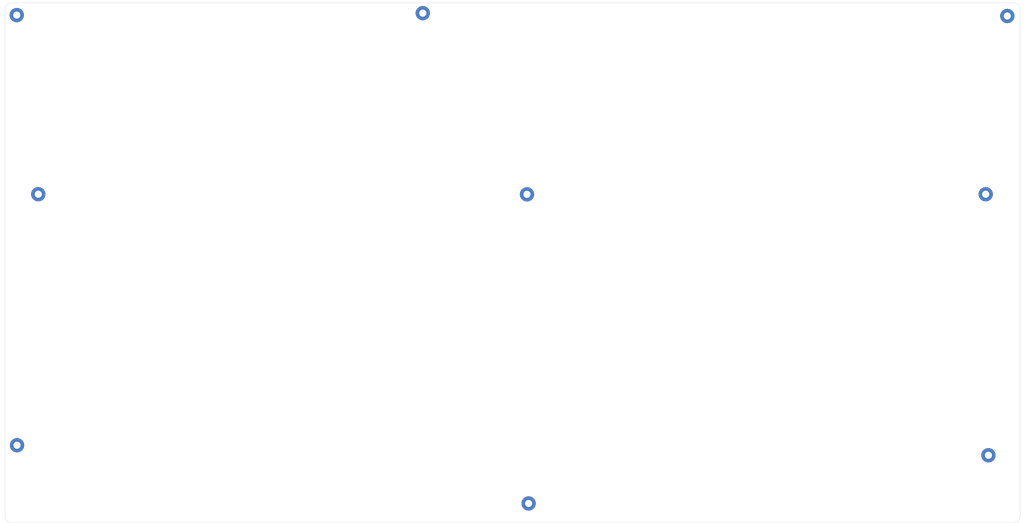
<source format=kicad_pcb>
(kicad_pcb (version 20211014) (generator pcbnew)
  (layers (0 "F.Cu" signal) (31 "B.Cu" signal) (34 "B.Paste" user) (35 "F.Paste" user) (36 "B.SilkS" user "B.Silkscreen") (37 "F.SilkS" user "F.Silkscreen") (38 "B.Mask" user) (39 "F.Mask" user) (44 "Edge.Cuts" user))
  (net 0 "")
  (footprint "MountingHole:MountingHole_2.2mm_M2_Pad" (layer "F.Cu") (at 58.309211 168.944999)
    (fp_text reference "H9")
    (fp_text value "MountingHole")
    (pad "1" thru_hole circle locked (at 0 0) (size 4.4 4.4) (drill 2.2) (layers *.Cu *.Mask))
  )
  (footprint "MountingHole:MountingHole_2.2mm_M2_Pad" (layer "F.Cu") (at 362.744213 36.854214)
    (fp_text reference "H9")
    (fp_text value "MountingHole")
    (pad "1" thru_hole circle locked (at 0 0) (size 4.4 4.4) (drill 2.2) (layers *.Cu *.Mask))
  )
  (footprint "MountingHole:MountingHole_2.2mm_M2_Pad" (layer "F.Cu") (at 356.939211 172.029999)
    (fp_text reference "H9")
    (fp_text value "MountingHole")
    (pad "1" thru_hole circle locked (at 0 0) (size 4.4 4.4) (drill 2.2) (layers *.Cu *.Mask))
  )
  (footprint "MountingHole:MountingHole_2.2mm_M2_Pad" (layer "F.Cu") (at 183.039211 35.979999)
    (fp_text reference "H9")
    (fp_text value "MountingHole")
    (pad "1" thru_hole circle locked (at 0 0) (size 4.4 4.4) (drill 2.2) (layers *.Cu *.Mask))
  )
  (footprint "MountingHole:MountingHole_2.2mm_M2_Pad" (layer "F.Cu") (at 58.219211 36.574214)
    (fp_text reference "H9")
    (fp_text value "MountingHole")
    (pad "1" thru_hole circle locked (at 0 0) (size 4.4 4.4) (drill 2.2) (layers *.Cu *.Mask))
  )
  (footprint "MountingHole:MountingHole_2.2mm_M2_Pad" (layer "F.Cu") (at 356.104211 91.709214)
    (fp_text reference "H9")
    (fp_text value "MountingHole")
    (pad "1" thru_hole circle locked (at 0 0) (size 4.4 4.4) (drill 2.2) (layers *.Cu *.Mask))
  )
  (footprint "MountingHole:MountingHole_2.2mm_M2_Pad" (layer "F.Cu") (at 215.579211 186.859999)
    (fp_text reference "H9")
    (fp_text value "MountingHole")
    (pad "1" thru_hole circle locked (at 0 0) (size 4.4 4.4) (drill 2.2) (layers *.Cu *.Mask))
  )
  (footprint "MountingHole:MountingHole_2.2mm_M2_Pad" (layer "F.Cu") (at 215.079213 91.734999)
    (fp_text reference "H9")
    (fp_text value "MountingHole")
    (pad "1" thru_hole circle locked (at 0 0) (size 4.4 4.4) (drill 2.2) (layers *.Cu *.Mask))
  )
  (footprint "MountingHole:MountingHole_2.2mm_M2_Pad" (layer "F.Cu") (at 64.834211 91.699999)
    (fp_text reference "H9")
    (fp_text value "MountingHole")
    (pad "1" thru_hole circle locked (at 0 0) (size 4.4 4.4) (drill 2.2) (layers *.Cu *.Mask))
  )
  (gr_arc (start 56.594213 192.830001) (mid 55.179999 192.244214) (end 54.594212 190.83) (layer "Edge.Cuts") (width 0.1))
  (gr_line (start 364.664212 192.830001) (end 56.594213 192.830001) (layer "Edge.Cuts") (width 0.1))
  (gr_arc (start 366.664213 190.83) (mid 366.078426 192.244214) (end 364.664212 192.830001) (layer "Edge.Cuts") (width 0.1))
  (gr_arc (start 54.594213 34.829214) (mid 55.18 33.415) (end 56.594214 32.829213) (layer "Edge.Cuts") (width 0.1))
  (gr_arc (start 364.664212 32.829213) (mid 366.078426 33.415) (end 366.664213 34.829214) (layer "Edge.Cuts") (width 0.1))
  (gr_line (start 56.594214 32.829213) (end 364.664212 32.829213) (layer "Edge.Cuts") (width 0.1))
  (gr_line (start 366.664213 34.829214) (end 366.664213 190.83) (layer "Edge.Cuts") (width 0.1))
  (gr_line (start 54.594212 190.83) (end 54.594212 34.829214) (layer "Edge.Cuts") (width 0.1))
)
</source>
